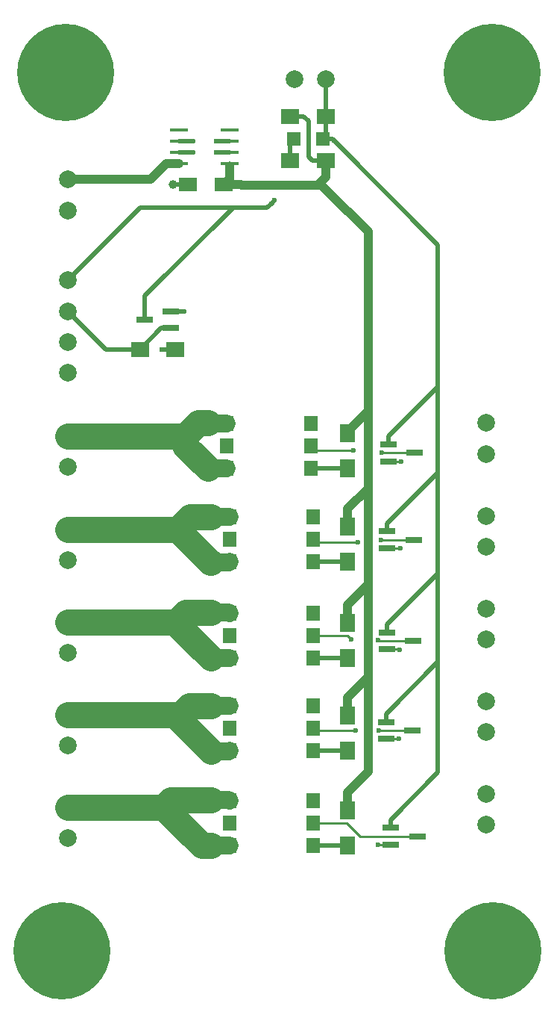
<source format=gbr>
G04 #@! TF.FileFunction,Copper,L1,Top,Signal*
%FSLAX46Y46*%
G04 Gerber Fmt 4.6, Leading zero omitted, Abs format (unit mm)*
G04 Created by KiCad (PCBNEW 4.0.4-stable) date Sunday, January 08, 2017 'AMt' 04:40:19 AM*
%MOMM*%
%LPD*%
G01*
G04 APERTURE LIST*
%ADD10C,0.100000*%
%ADD11R,1.500000X1.500000*%
%ADD12C,2.000000*%
%ADD13R,1.900000X0.800000*%
%ADD14R,2.000000X1.700000*%
%ADD15R,1.700000X2.000000*%
%ADD16R,2.150000X0.450000*%
%ADD17R,1.520000X1.780000*%
%ADD18C,11.000000*%
%ADD19C,0.700000*%
%ADD20R,2.000000X1.600000*%
%ADD21C,0.600000*%
%ADD22C,1.000000*%
%ADD23C,0.500000*%
%ADD24C,1.000000*%
%ADD25C,0.250000*%
%ADD26C,2.000000*%
%ADD27C,3.000000*%
G04 APERTURE END LIST*
D10*
D11*
X33650000Y-14800000D03*
X36950000Y-14800000D03*
D12*
X8000000Y-19400000D03*
X8000000Y-22900000D03*
X8000000Y-30850000D03*
X8000000Y-34350000D03*
X8000000Y-37850000D03*
X8000000Y-41350000D03*
X37300000Y-8000000D03*
X33800000Y-8000000D03*
X8050000Y-48500000D03*
X8050000Y-52000000D03*
X8000000Y-59050000D03*
X8000000Y-62550000D03*
X8000000Y-69550000D03*
X8000000Y-73050000D03*
X8000000Y-80050000D03*
X8000000Y-83550000D03*
X8000000Y-90550000D03*
X8000000Y-94050000D03*
X55500000Y-50500000D03*
X55500000Y-47000000D03*
X55500000Y-61050000D03*
X55500000Y-57550000D03*
X55500000Y-71550000D03*
X55500000Y-68050000D03*
X55500000Y-82050000D03*
X55500000Y-78550000D03*
X55500000Y-92550000D03*
X55500000Y-89050000D03*
D13*
X19750000Y-36250000D03*
X19750000Y-34350000D03*
X16750000Y-35300000D03*
D14*
X37300000Y-17300000D03*
X33300000Y-17300000D03*
X37300000Y-12250000D03*
X33300000Y-12250000D03*
X16200000Y-38700000D03*
X20200000Y-38700000D03*
D15*
X39800000Y-48150000D03*
X39800000Y-52150000D03*
X39800000Y-58750000D03*
X39800000Y-62750000D03*
X39800000Y-69650000D03*
X39800000Y-73650000D03*
X39800000Y-80150000D03*
X39800000Y-84150000D03*
X39800000Y-90900000D03*
X39800000Y-94900000D03*
D16*
X26425000Y-17605000D03*
X26425000Y-16335000D03*
X26425000Y-15065000D03*
X26425000Y-13795000D03*
X20675000Y-13795000D03*
X20675000Y-15065000D03*
X20675000Y-16335000D03*
X20675000Y-17605000D03*
D17*
X26085000Y-49600000D03*
X35615000Y-49600000D03*
X26085000Y-52140000D03*
X26085000Y-47060000D03*
X35615000Y-47060000D03*
X35615000Y-52140000D03*
X26385000Y-60200000D03*
X35915000Y-60200000D03*
X26385000Y-62740000D03*
X26385000Y-57660000D03*
X35915000Y-57660000D03*
X35915000Y-62740000D03*
X26385000Y-71100000D03*
X35915000Y-71100000D03*
X26385000Y-73640000D03*
X26385000Y-68560000D03*
X35915000Y-68560000D03*
X35915000Y-73640000D03*
X26385000Y-81650000D03*
X35915000Y-81650000D03*
X26385000Y-84190000D03*
X26385000Y-79110000D03*
X35915000Y-79110000D03*
X35915000Y-84190000D03*
X26385000Y-92350000D03*
X35915000Y-92350000D03*
X26385000Y-94890000D03*
X26385000Y-89810000D03*
X35915000Y-89810000D03*
X35915000Y-94890000D03*
D18*
X7800000Y-7300000D03*
D19*
X11925000Y-7300000D03*
X10726815Y-10226815D03*
X7800000Y-11425000D03*
X4873185Y-10226815D03*
X3675000Y-7300000D03*
X4873185Y-4373185D03*
X7800000Y-3175000D03*
X10726815Y-4373185D03*
D18*
X7323185Y-106823185D03*
D19*
X11448185Y-106823185D03*
X10250000Y-109750000D03*
X7323185Y-110948185D03*
X4396370Y-109750000D03*
X3198185Y-106823185D03*
X4396370Y-103896370D03*
X7323185Y-102698185D03*
X10250000Y-103896370D03*
D18*
X56223185Y-7273185D03*
D19*
X60348185Y-7273185D03*
X59150000Y-10200000D03*
X56223185Y-11398185D03*
X53296370Y-10200000D03*
X52098185Y-7273185D03*
X53296370Y-4346370D03*
X56223185Y-3148185D03*
X59150000Y-4346370D03*
D18*
X56250000Y-106875000D03*
D19*
X60375000Y-106875000D03*
X59176815Y-109801815D03*
X56250000Y-111000000D03*
X53323185Y-109801815D03*
X52125000Y-106875000D03*
X53323185Y-103948185D03*
X56250000Y-102750000D03*
X59176815Y-103948185D03*
D20*
X25700000Y-20000000D03*
X21700000Y-20000000D03*
D13*
X44400000Y-49450000D03*
X44400000Y-51350000D03*
X47400000Y-50400000D03*
X44300000Y-59300000D03*
X44300000Y-61200000D03*
X47300000Y-60250000D03*
X44250000Y-70750000D03*
X44250000Y-72650000D03*
X47250000Y-71700000D03*
X44150000Y-80900000D03*
X44150000Y-82800000D03*
X47150000Y-81850000D03*
X44700000Y-92900000D03*
X44700000Y-94800000D03*
X47700000Y-93850000D03*
D21*
X31500000Y-21750000D03*
X38250000Y-15000000D03*
X45850000Y-51350000D03*
X45750000Y-61250000D03*
X45700000Y-72700000D03*
X45600000Y-82800000D03*
X43250000Y-94800000D03*
D22*
X20000000Y-20000000D03*
D21*
X21200000Y-34350000D03*
X18700000Y-38700000D03*
X24850000Y-16350000D03*
X24850000Y-15100000D03*
X22250000Y-16300000D03*
X22250000Y-15050000D03*
X43700000Y-50400000D03*
X40450000Y-50150000D03*
X43550000Y-60250000D03*
X40950000Y-60500000D03*
X40200000Y-71500000D03*
X43250000Y-71650000D03*
X43350000Y-81850000D03*
X40750000Y-81900000D03*
D23*
X33300000Y-17300000D02*
X33300000Y-15150000D01*
X33300000Y-15150000D02*
X33650000Y-14800000D01*
X50050000Y-26800000D02*
X50050000Y-40200000D01*
X50050000Y-40200000D02*
X50050000Y-50400000D01*
X44400000Y-49450000D02*
X44400000Y-48550000D01*
X44400000Y-48550000D02*
X50050000Y-42900000D01*
X50050000Y-42900000D02*
X50050000Y-40200000D01*
X50050000Y-50400000D02*
X50050000Y-62500000D01*
X44300000Y-59300000D02*
X44300000Y-58400000D01*
X44300000Y-58400000D02*
X50050000Y-52650000D01*
X50050000Y-52650000D02*
X50050000Y-50400000D01*
X44250000Y-70750000D02*
X44250000Y-69850000D01*
X50050000Y-64050000D02*
X50050000Y-62500000D01*
X50050000Y-62500000D02*
X50050000Y-72900000D01*
X44250000Y-69850000D02*
X50050000Y-64050000D01*
X50050000Y-72900000D02*
X50050000Y-86650000D01*
X44150000Y-80900000D02*
X44150000Y-80000000D01*
X44150000Y-80000000D02*
X50050000Y-74100000D01*
X50050000Y-74100000D02*
X50050000Y-72900000D01*
X50050000Y-86650000D02*
X44700000Y-92000000D01*
X44700000Y-92000000D02*
X44700000Y-92900000D01*
X38250000Y-15000000D02*
X50050000Y-26800000D01*
X30650000Y-22600000D02*
X31200000Y-22050000D01*
X31200000Y-22050000D02*
X31500000Y-21750000D01*
X31050000Y-22200000D02*
X31200000Y-22050000D01*
X26700000Y-22600000D02*
X30650000Y-22600000D01*
X26700000Y-22650000D02*
X16750000Y-32600000D01*
X16750000Y-32600000D02*
X16750000Y-35300000D01*
X26700000Y-22600000D02*
X26700000Y-22650000D01*
X26700000Y-22600000D02*
X16250000Y-22600000D01*
X16250000Y-22600000D02*
X8000000Y-30850000D01*
X36950000Y-14800000D02*
X38050000Y-14800000D01*
X38050000Y-14800000D02*
X38250000Y-15000000D01*
X37300000Y-12250000D02*
X37300000Y-14450000D01*
X37300000Y-14450000D02*
X36950000Y-14800000D01*
X37300000Y-8000000D02*
X37300000Y-12250000D01*
D24*
X8000000Y-19400000D02*
X17400000Y-19400000D01*
X17400000Y-19400000D02*
X19195000Y-17605000D01*
X19195000Y-17605000D02*
X20675000Y-17605000D01*
D25*
X44400000Y-51350000D02*
X45850000Y-51350000D01*
X44300000Y-61200000D02*
X45700000Y-61200000D01*
X45700000Y-61200000D02*
X45750000Y-61250000D01*
X44250000Y-72650000D02*
X45650000Y-72650000D01*
X45650000Y-72650000D02*
X45700000Y-72700000D01*
X44150000Y-82800000D02*
X45600000Y-82800000D01*
X44700000Y-94800000D02*
X43250000Y-94800000D01*
D23*
X21700000Y-20000000D02*
X20000000Y-20000000D01*
X19750000Y-34350000D02*
X21200000Y-34350000D01*
X20200000Y-38700000D02*
X18700000Y-38700000D01*
X26425000Y-16335000D02*
X24865000Y-16335000D01*
X24865000Y-16335000D02*
X24850000Y-16350000D01*
X26425000Y-15065000D02*
X24885000Y-15065000D01*
X24885000Y-15065000D02*
X24850000Y-15100000D01*
X20675000Y-16335000D02*
X22215000Y-16335000D01*
X22215000Y-16335000D02*
X22250000Y-16300000D01*
X20675000Y-15065000D02*
X22235000Y-15065000D01*
X22235000Y-15065000D02*
X22250000Y-15050000D01*
X8000000Y-34350000D02*
X12350000Y-38700000D01*
X12350000Y-38700000D02*
X16200000Y-38700000D01*
X19750000Y-36250000D02*
X18650000Y-36250000D01*
X18650000Y-36250000D02*
X16200000Y-38700000D01*
D26*
X26085000Y-52140000D02*
X24015000Y-52140000D01*
X24015000Y-52140000D02*
X23964999Y-52190001D01*
X22840001Y-47009999D02*
X22890002Y-47060000D01*
X22890002Y-47060000D02*
X26085000Y-47060000D01*
D27*
X21350000Y-48500000D02*
X21350000Y-49575002D01*
X21350000Y-49575002D02*
X23964999Y-52190001D01*
X21350000Y-48500000D02*
X22840001Y-47009999D01*
X22840001Y-47009999D02*
X23964999Y-47009999D01*
X8050000Y-48500000D02*
X21350000Y-48500000D01*
D26*
X24240001Y-62790001D02*
X26334999Y-62790001D01*
X26334999Y-62790001D02*
X26385000Y-62740000D01*
X24264999Y-57609999D02*
X26334999Y-57609999D01*
X26334999Y-57609999D02*
X26385000Y-57660000D01*
D27*
X20500000Y-59050000D02*
X24240001Y-62790001D01*
X24240001Y-62790001D02*
X24264999Y-62790001D01*
X20500000Y-59050000D02*
X21940001Y-57609999D01*
X21940001Y-57609999D02*
X24264999Y-57609999D01*
X8000000Y-59050000D02*
X20500000Y-59050000D01*
D26*
X24264999Y-73690001D02*
X26334999Y-73690001D01*
X26334999Y-73690001D02*
X26385000Y-73640000D01*
X24264999Y-68509999D02*
X26334999Y-68509999D01*
X26334999Y-68509999D02*
X26385000Y-68560000D01*
D27*
X20400000Y-69550000D02*
X20400000Y-69825002D01*
X20400000Y-69825002D02*
X24264999Y-73690001D01*
X20400000Y-69550000D02*
X21440001Y-68509999D01*
X21440001Y-68509999D02*
X24264999Y-68509999D01*
X8000000Y-69550000D02*
X20400000Y-69550000D01*
D26*
X24264999Y-84240001D02*
X26334999Y-84240001D01*
X26334999Y-84240001D02*
X26385000Y-84190000D01*
X24264999Y-79059999D02*
X26334999Y-79059999D01*
X26334999Y-79059999D02*
X26385000Y-79110000D01*
D27*
X20800000Y-80050000D02*
X20800000Y-80775002D01*
X20800000Y-80775002D02*
X24264999Y-84240001D01*
X20800000Y-80050000D02*
X21790001Y-79059999D01*
X21790001Y-79059999D02*
X24264999Y-79059999D01*
X8000000Y-80050000D02*
X20800000Y-80050000D01*
D26*
X23290001Y-94940001D02*
X23340002Y-94890000D01*
X23340002Y-94890000D02*
X26385000Y-94890000D01*
X24264999Y-89759999D02*
X26334999Y-89759999D01*
X26334999Y-89759999D02*
X26385000Y-89810000D01*
D27*
X18900000Y-90550000D02*
X23290001Y-94940001D01*
X23290001Y-94940001D02*
X24264999Y-94940001D01*
X18900000Y-90550000D02*
X19690001Y-89759999D01*
X19690001Y-89759999D02*
X24264999Y-89759999D01*
X8000000Y-90550000D02*
X18900000Y-90550000D01*
D24*
X42150000Y-25300000D02*
X42150000Y-44000000D01*
X42150000Y-45650000D02*
X42150000Y-44000000D01*
X42150000Y-44000000D02*
X42150000Y-51650000D01*
X39800000Y-48000000D02*
X42150000Y-45650000D01*
X39800000Y-48150000D02*
X39800000Y-48000000D01*
X42150000Y-54400000D02*
X42150000Y-51650000D01*
X42150000Y-51650000D02*
X42150000Y-63500000D01*
X39800000Y-58750000D02*
X39800000Y-56750000D01*
X39800000Y-56750000D02*
X42150000Y-54400000D01*
X42150000Y-63500000D02*
X42150000Y-74050000D01*
X42150000Y-65300000D02*
X42150000Y-63500000D01*
X39800000Y-69650000D02*
X39800000Y-67650000D01*
X39800000Y-67650000D02*
X42150000Y-65300000D01*
X39800000Y-80150000D02*
X39800000Y-78150000D01*
X39800000Y-78150000D02*
X42150000Y-75800000D01*
X42150000Y-74050000D02*
X42150000Y-86550000D01*
X42150000Y-75800000D02*
X42150000Y-74050000D01*
X42150000Y-86550000D02*
X39800000Y-88900000D01*
X39800000Y-88900000D02*
X39800000Y-90900000D01*
X39850000Y-23000000D02*
X42150000Y-25300000D01*
X36850000Y-20050000D02*
X39800000Y-23000000D01*
X39800000Y-23000000D02*
X39850000Y-23000000D01*
X36400000Y-20050000D02*
X36850000Y-20050000D01*
X25700000Y-20000000D02*
X27700000Y-20000000D01*
X27700000Y-20000000D02*
X27750000Y-20050000D01*
X27750000Y-20050000D02*
X36400000Y-20050000D01*
X36400000Y-20050000D02*
X37300000Y-19150000D01*
X37300000Y-19150000D02*
X37300000Y-17300000D01*
D23*
X37300000Y-17300000D02*
X35800000Y-17300000D01*
X35800000Y-17300000D02*
X35350000Y-16850000D01*
X35350000Y-16850000D02*
X35350000Y-12800000D01*
X34800000Y-12250000D02*
X33300000Y-12250000D01*
X35350000Y-12800000D02*
X34800000Y-12250000D01*
D24*
X26425000Y-17975000D02*
X26425000Y-19275000D01*
D23*
X26425000Y-17605000D02*
X26425000Y-17975000D01*
D24*
X26425000Y-19275000D02*
X25700000Y-20000000D01*
D23*
X39800000Y-52150000D02*
X35625000Y-52150000D01*
X35625000Y-52150000D02*
X35615000Y-52140000D01*
X39800000Y-62750000D02*
X35925000Y-62750000D01*
X35925000Y-62750000D02*
X35915000Y-62740000D01*
X39800000Y-73650000D02*
X35925000Y-73650000D01*
X35925000Y-73650000D02*
X35915000Y-73640000D01*
X39800000Y-84150000D02*
X35955000Y-84150000D01*
X35955000Y-84150000D02*
X35915000Y-84190000D01*
X39800000Y-94900000D02*
X35925000Y-94900000D01*
X35925000Y-94900000D02*
X35915000Y-94890000D01*
D25*
X43700000Y-50400000D02*
X47400000Y-50400000D01*
X40450000Y-50150000D02*
X36165000Y-50150000D01*
X36165000Y-50150000D02*
X35615000Y-49600000D01*
X43550000Y-60250000D02*
X43974264Y-60250000D01*
X43974264Y-60250000D02*
X47300000Y-60250000D01*
X40950000Y-60500000D02*
X36215000Y-60500000D01*
X36215000Y-60500000D02*
X35915000Y-60200000D01*
X40200000Y-71500000D02*
X39800000Y-71100000D01*
X39800000Y-71100000D02*
X35915000Y-71100000D01*
X47250000Y-71700000D02*
X43300000Y-71700000D01*
X43300000Y-71700000D02*
X43250000Y-71650000D01*
X40750000Y-81900000D02*
X36165000Y-81900000D01*
X36165000Y-81900000D02*
X35915000Y-81650000D01*
X47150000Y-81850000D02*
X43350000Y-81850000D01*
X47700000Y-93850000D02*
X41185002Y-93850000D01*
X41185002Y-93850000D02*
X39685002Y-92350000D01*
X39685002Y-92350000D02*
X36925000Y-92350000D01*
X36925000Y-92350000D02*
X35915000Y-92350000D01*
M02*

</source>
